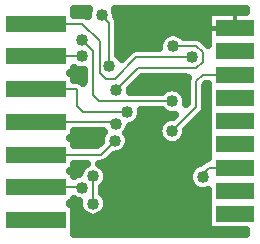
<source format=gbr>
G04 DipTrace 3.3.1.1*
G04 Bottom.gbr*
%MOIN*%
G04 #@! TF.FileFunction,Copper,L2,Bot*
G04 #@! TF.Part,Single*
G04 #@! TA.AperFunction,Conductor*
%ADD13C,0.008*%
%ADD14C,0.017*%
G04 #@! TA.AperFunction,CopperBalancing*
%ADD15C,0.025*%
%ADD16C,0.013*%
%ADD17R,0.2X0.0545*%
%ADD23R,0.125X0.055*%
G04 #@! TA.AperFunction,ViaPad*
%ADD25C,0.04*%
%FSLAX26Y26*%
G04*
G70*
G90*
G75*
G01*
G04 Bottom*
%LPD*%
X956448Y1058791D2*
D13*
X1033787D1*
X1054779Y1037798D1*
Y1005798D1*
X1033787Y984806D1*
X838665D1*
X765818Y911960D1*
X743700Y993700D2*
Y1137449D1*
X718700Y1162449D1*
X1162450Y1118700D2*
D14*
X911810D1*
X799951D1*
Y1099949D1*
X896527Y553629D2*
X816594Y473696D1*
X720302D1*
X903456Y1110346D2*
X911810Y1118700D1*
X765818Y800503D2*
D13*
X759926Y806396D1*
X500095D1*
Y1024394D2*
X651838D1*
Y1024397D1*
Y586944D2*
X650386Y588396D1*
X500095D1*
X689310Y624417D2*
Y533952D1*
X762451Y743700D2*
X716146Y697396D1*
X500095D1*
X803291Y837976D2*
X656830D1*
X635838Y858968D1*
Y915394D1*
X500095D1*
X651838Y1078952D2*
X688830Y1041960D1*
Y895960D1*
X709822Y874968D1*
X953452D1*
X1017787Y1021798D2*
X834354D1*
X762504Y949949D1*
X731201D1*
X712451Y968700D1*
Y1074949D1*
X654004Y1133394D1*
X500095D1*
X1162450Y499144D2*
X1149951D1*
X1162450Y576588D2*
X1149951D1*
X1054456Y622645D2*
Y634033D1*
X1074456Y654033D1*
X1162450D1*
X953452Y775972D2*
X1033791Y856310D1*
Y942818D1*
X1054783Y963810D1*
X1162450D1*
Y1041255D2*
Y1041256D1*
X1149951D1*
X1181200Y737449D2*
X1168422D1*
X1162450Y731477D1*
X1124951Y806200D2*
X1159728D1*
X1162450Y808922D1*
D25*
X1124951Y806200D3*
X1181200Y737449D3*
X743700Y993700D3*
X718700Y1162449D3*
X765818Y911960D3*
X956448Y1058791D3*
X799951Y1099949D3*
X720302Y473696D3*
X896527Y553629D3*
X911810Y1118700D3*
X765818Y800503D3*
X651838Y1024397D3*
Y586944D3*
X689310Y533952D3*
Y624417D3*
X762451Y743700D3*
X803291Y837976D3*
X953452Y874968D3*
X651838Y1078952D3*
X1017787Y1021798D3*
X1149951Y499144D3*
Y576588D3*
X1054456Y622645D3*
X953452Y775972D3*
X1149951Y1041256D3*
X770167Y1156331D2*
D15*
X1070936D1*
X776698Y1131462D2*
X1070936D1*
X776698Y1106594D2*
X1070936D1*
X776698Y1081725D2*
X913512D1*
X1056379D2*
X1070936D1*
X776698Y1056856D2*
X907484D1*
X776698Y1031987D2*
X798898D1*
X629106Y957381D2*
X655828D1*
X831996Y932512D2*
X1000783D1*
X814628Y907644D2*
X917854D1*
X989025D2*
X1000783D1*
X852019Y833037D2*
X930844D1*
X1056164D2*
X1070936D1*
X841469Y808169D2*
X917388D1*
X1031296D2*
X1070936D1*
X811506Y783300D2*
X905044D1*
X1006429D2*
X1070936D1*
X629106Y758431D2*
X715862D1*
X809066D2*
X907878D1*
X999001D2*
X1070936D1*
X629106Y733562D2*
X706676D1*
X810321D2*
X931885D1*
X975030D2*
X1070936D1*
X795573Y708693D2*
X1070936D1*
X748206Y683825D2*
X1065410D1*
X629106Y658956D2*
X655684D1*
X722943D2*
X1022923D1*
X629106Y634087D2*
X641331D1*
X737297D2*
X1006883D1*
X735754Y609218D2*
X1007421D1*
X722298Y584350D2*
X1025579D1*
X730659Y559481D2*
X1070936D1*
X614968Y534612D2*
X640326D1*
X738302D2*
X1070936D1*
X629106Y509743D2*
X647108D1*
X731520D2*
X1070936D1*
X629106Y484875D2*
X1070936D1*
X629106Y460006D2*
X1070936D1*
X629106Y435137D2*
X1197464D1*
X612476Y533146D2*
X626595D1*
Y431214D1*
X1199969Y431200D1*
X1199951Y445147D1*
X1073450Y445143D1*
Y580182D1*
X1065311Y577430D1*
X1058104Y576288D1*
X1050808D1*
X1043601Y577430D1*
X1036661Y579684D1*
X1030160Y582997D1*
X1024257Y587286D1*
X1019097Y592446D1*
X1014808Y598349D1*
X1011496Y604850D1*
X1009241Y611790D1*
X1008099Y618997D1*
Y626293D1*
X1009241Y633500D1*
X1011496Y640440D1*
X1014808Y646941D1*
X1019097Y652844D1*
X1024257Y658004D1*
X1030160Y662293D1*
X1036661Y665605D1*
X1043601Y667860D1*
X1045881Y668592D1*
X1054648Y677226D1*
X1058520Y680039D1*
X1062784Y682212D1*
X1067336Y683691D1*
X1072072Y684440D1*
X1073450Y686663D1*
Y933314D1*
X1067393Y933310D1*
X1064291Y924445D1*
X1064197Y853917D1*
X1063448Y849190D1*
X1061969Y844638D1*
X1059796Y840374D1*
X1056983Y836502D1*
X1003392Y782778D1*
X999814Y779200D1*
X999809Y772323D1*
X998667Y765116D1*
X996412Y758177D1*
X993100Y751675D1*
X988811Y745772D1*
X983651Y740613D1*
X977748Y736324D1*
X971247Y733011D1*
X964307Y730756D1*
X957100Y729615D1*
X949804D1*
X942597Y730756D1*
X935657Y733011D1*
X929156Y736324D1*
X923253Y740613D1*
X918093Y745772D1*
X913804Y751675D1*
X910492Y758177D1*
X908237Y765116D1*
X907095Y772323D1*
Y779620D1*
X908237Y786827D1*
X910492Y793766D1*
X913804Y800268D1*
X918093Y806171D1*
X923253Y811331D1*
X929156Y815619D1*
X935657Y818932D1*
X942597Y821187D1*
X949804Y822328D1*
X956687Y822345D1*
X964034Y829687D1*
X957100Y828611D1*
X949804D1*
X942597Y829753D1*
X935657Y832007D1*
X929156Y835320D1*
X923253Y839609D1*
X918374Y844465D1*
X849352Y844468D1*
X849791Y837976D1*
X849218Y830701D1*
X847515Y823606D1*
X844722Y816865D1*
X840910Y810644D1*
X836171Y805095D1*
X830623Y800356D1*
X824401Y796544D1*
X817660Y793751D1*
X811586Y792251D1*
X810042Y786134D1*
X807250Y779393D1*
X803437Y773171D1*
X800838Y769937D1*
X803882Y764811D1*
X806675Y758069D1*
X808378Y750974D1*
X808951Y743700D1*
X808378Y736426D1*
X806675Y729331D1*
X803882Y722589D1*
X800070Y716368D1*
X795331Y710820D1*
X789783Y706081D1*
X783561Y702268D1*
X776820Y699476D1*
X769725Y697772D1*
X762451Y697200D1*
X759216Y697327D1*
X735954Y674203D1*
X732082Y671390D1*
X727818Y669217D1*
X723266Y667738D1*
X718539Y666989D1*
X708216Y666895D1*
X713606Y664064D1*
X719510Y659775D1*
X724669Y654616D1*
X728958Y648713D1*
X732271Y642211D1*
X734525Y635272D1*
X735667Y628065D1*
Y620768D1*
X734525Y613561D1*
X732271Y606622D1*
X728958Y600120D1*
X724669Y594217D1*
X719813Y589338D1*
X719810Y569047D1*
X724669Y564151D1*
X728958Y558248D1*
X732271Y551747D1*
X734525Y544807D1*
X735667Y537600D1*
Y530304D1*
X734525Y523097D1*
X732271Y516157D1*
X728958Y509656D1*
X724669Y503753D1*
X719510Y498593D1*
X713606Y494304D1*
X707105Y490992D1*
X700165Y488737D1*
X692959Y487595D1*
X685662D1*
X678455Y488737D1*
X671515Y490992D1*
X665014Y494304D1*
X659111Y498593D1*
X653951Y503753D1*
X649662Y509656D1*
X646350Y516157D1*
X644095Y523097D1*
X642954Y530304D1*
Y537600D1*
X643381Y541212D1*
X637469Y542720D1*
X630727Y545512D1*
X626605Y547922D1*
X626595Y534646D1*
X612421D1*
X612476Y642146D2*
X626595D1*
Y625962D1*
X630727Y628376D1*
X637469Y631168D1*
X643542Y632668D1*
X645086Y638786D1*
X647878Y645527D1*
X651691Y651749D1*
X656430Y657297D1*
X661978Y662036D1*
X668200Y665848D1*
X670214Y666895D1*
X626615D1*
X626595Y643645D1*
X612421D1*
X612450Y642124D1*
X612476Y751145D2*
X626595D1*
Y727928D1*
X703522Y727896D1*
X716071Y740454D1*
X716094Y747348D1*
X717235Y754555D1*
X719490Y761495D1*
X722803Y767996D1*
X727431Y774266D1*
X723180Y775895D1*
X626616D1*
X626595Y752645D1*
X612421D1*
X612476Y969145D2*
X626595D1*
Y945928D1*
X638231Y945800D1*
X642958Y945052D1*
X647510Y943573D1*
X651774Y941400D1*
X655646Y938587D1*
X657411Y936954D1*
X658330Y941892D1*
Y978386D1*
X651838Y977897D1*
X644564Y978469D1*
X637469Y980173D1*
X630727Y982965D1*
X626605Y985375D1*
X626595Y970645D1*
X612421D1*
X626595Y1181225D2*
Y1163928D1*
X656397Y1163800D1*
X661125Y1163052D1*
X665676Y1161573D1*
X669941Y1159400D1*
X671939Y1158063D1*
X672343Y1158801D1*
Y1166098D1*
X673485Y1173305D1*
X675740Y1180244D1*
X676175Y1181190D1*
X626570Y1181200D1*
X774203Y1028778D2*
X779059Y1023899D1*
X783348Y1017996D1*
X784804Y1015395D1*
X814545Y1044991D1*
X818417Y1047804D1*
X822682Y1049977D1*
X827233Y1051456D1*
X831961Y1052205D1*
X910392Y1052299D1*
X909948Y1058791D1*
X910521Y1066065D1*
X912224Y1073160D1*
X915016Y1079901D1*
X918829Y1086123D1*
X923568Y1091671D1*
X929116Y1096410D1*
X935337Y1100222D1*
X942079Y1103015D1*
X949174Y1104718D1*
X956448Y1105291D1*
X963722Y1104718D1*
X970817Y1103015D1*
X977559Y1100222D1*
X983780Y1096410D1*
X989328Y1091671D1*
X991526Y1089294D1*
X1036180Y1089197D1*
X1040907Y1088448D1*
X1045459Y1086969D1*
X1049723Y1084796D1*
X1053595Y1081983D1*
X1073445Y1062266D1*
X1073450Y1172700D1*
X1199956D1*
X1199951Y1181203D1*
X761279Y1181200D1*
X763915Y1173305D1*
X765057Y1166098D1*
X765073Y1159214D1*
X768375Y1155377D1*
X770876Y1151296D1*
X772707Y1146874D1*
X773825Y1142221D1*
X774200Y1137440D1*
Y1028828D1*
X812175Y908311D2*
X811838Y905465D1*
X918345Y905468D1*
X923253Y910327D1*
X929156Y914615D1*
X935657Y917928D1*
X942597Y920183D1*
X949804Y921324D1*
X957100D1*
X964307Y920183D1*
X971247Y917928D1*
X977748Y914615D1*
X983651Y910327D1*
X988811Y905167D1*
X993100Y899264D1*
X996412Y892762D1*
X998667Y885823D1*
X999809Y878616D1*
Y871319D1*
X998720Y864378D1*
X1003290Y883869D1*
X1003384Y945211D1*
X1004133Y949938D1*
X1004786Y952252D1*
X997041Y954306D1*
X851316D1*
X812198Y915207D1*
X812175Y908311D1*
X1003290Y868977D2*
Y883869D1*
X1162450Y1172664D2*
D16*
Y1118700D1*
X1073486D2*
X1162450D1*
D17*
X500095Y479396D3*
Y588396D3*
Y697396D3*
Y806396D3*
Y915396D3*
Y1024396D3*
Y1133396D3*
D23*
X1162450Y1118700D3*
Y1041255D3*
Y963810D3*
Y886367D3*
Y808922D3*
Y731477D3*
Y654033D3*
Y576588D3*
Y499144D3*
M02*

</source>
